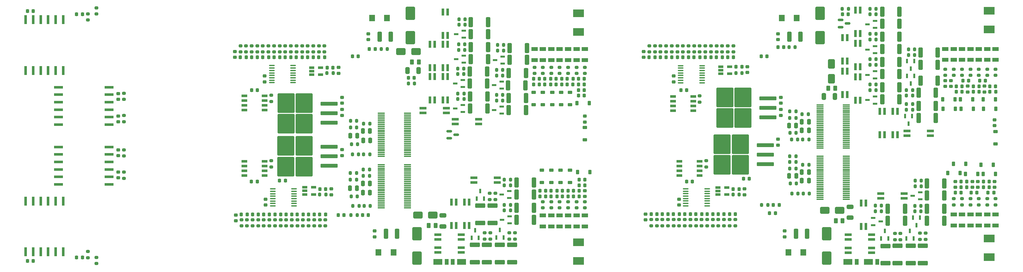
<source format=gbr>
%TF.GenerationSoftware,KiCad,Pcbnew,7.0.8*%
%TF.CreationDate,2024-01-12T20:03:42+01:00*%
%TF.ProjectId,BMS-Slave,424d532d-536c-4617-9665-2e6b69636164,rev?*%
%TF.SameCoordinates,Original*%
%TF.FileFunction,Paste,Top*%
%TF.FilePolarity,Positive*%
%FSLAX46Y46*%
G04 Gerber Fmt 4.6, Leading zero omitted, Abs format (unit mm)*
G04 Created by KiCad (PCBNEW 7.0.8) date 2024-01-12 20:03:42*
%MOMM*%
%LPD*%
G01*
G04 APERTURE LIST*
G04 Aperture macros list*
%AMRoundRect*
0 Rectangle with rounded corners*
0 $1 Rounding radius*
0 $2 $3 $4 $5 $6 $7 $8 $9 X,Y pos of 4 corners*
0 Add a 4 corners polygon primitive as box body*
4,1,4,$2,$3,$4,$5,$6,$7,$8,$9,$2,$3,0*
0 Add four circle primitives for the rounded corners*
1,1,$1+$1,$2,$3*
1,1,$1+$1,$4,$5*
1,1,$1+$1,$6,$7*
1,1,$1+$1,$8,$9*
0 Add four rect primitives between the rounded corners*
20,1,$1+$1,$2,$3,$4,$5,0*
20,1,$1+$1,$4,$5,$6,$7,0*
20,1,$1+$1,$6,$7,$8,$9,0*
20,1,$1+$1,$8,$9,$2,$3,0*%
G04 Aperture macros list end*
%ADD10RoundRect,0.225000X-0.250000X0.225000X-0.250000X-0.225000X0.250000X-0.225000X0.250000X0.225000X0*%
%ADD11R,0.650000X1.850000*%
%ADD12RoundRect,0.200000X-0.200000X-0.275000X0.200000X-0.275000X0.200000X0.275000X-0.200000X0.275000X0*%
%ADD13RoundRect,0.225000X-0.225000X-0.250000X0.225000X-0.250000X0.225000X0.250000X-0.225000X0.250000X0*%
%ADD14RoundRect,0.200000X0.275000X-0.200000X0.275000X0.200000X-0.275000X0.200000X-0.275000X-0.200000X0*%
%ADD15R,1.670000X1.100000*%
%ADD16RoundRect,0.200000X0.200000X0.275000X-0.200000X0.275000X-0.200000X-0.275000X0.200000X-0.275000X0*%
%ADD17RoundRect,0.200000X-0.275000X0.200000X-0.275000X-0.200000X0.275000X-0.200000X0.275000X0.200000X0*%
%ADD18RoundRect,0.225000X0.225000X0.250000X-0.225000X0.250000X-0.225000X-0.250000X0.225000X-0.250000X0*%
%ADD19RoundRect,0.250000X-0.362500X-1.075000X0.362500X-1.075000X0.362500X1.075000X-0.362500X1.075000X0*%
%ADD20R,1.525000X0.650000*%
%ADD21R,0.750000X2.350000*%
%ADD22RoundRect,0.225000X0.225000X0.375000X-0.225000X0.375000X-0.225000X-0.375000X0.225000X-0.375000X0*%
%ADD23RoundRect,0.250000X-1.075000X0.362500X-1.075000X-0.362500X1.075000X-0.362500X1.075000X0.362500X0*%
%ADD24R,1.168400X0.533400*%
%ADD25R,0.533400X1.168400*%
%ADD26RoundRect,0.225000X0.250000X-0.225000X0.250000X0.225000X-0.250000X0.225000X-0.250000X-0.225000X0*%
%ADD27RoundRect,0.250000X-0.262500X-0.450000X0.262500X-0.450000X0.262500X0.450000X-0.262500X0.450000X0*%
%ADD28R,2.950000X2.020000*%
%ADD29RoundRect,0.100000X0.637500X0.100000X-0.637500X0.100000X-0.637500X-0.100000X0.637500X-0.100000X0*%
%ADD30RoundRect,0.218750X-0.218750X-0.256250X0.218750X-0.256250X0.218750X0.256250X-0.218750X0.256250X0*%
%ADD31RoundRect,0.250000X1.000000X0.650000X-1.000000X0.650000X-1.000000X-0.650000X1.000000X-0.650000X0*%
%ADD32RoundRect,0.250000X2.050000X0.300000X-2.050000X0.300000X-2.050000X-0.300000X2.050000X-0.300000X0*%
%ADD33RoundRect,0.250000X2.025000X2.375000X-2.025000X2.375000X-2.025000X-2.375000X2.025000X-2.375000X0*%
%ADD34R,1.850000X0.650000*%
%ADD35RoundRect,0.250000X0.250000X0.475000X-0.250000X0.475000X-0.250000X-0.475000X0.250000X-0.475000X0*%
%ADD36RoundRect,0.025600X0.924400X0.134400X-0.924400X0.134400X-0.924400X-0.134400X0.924400X-0.134400X0*%
%ADD37RoundRect,0.225000X0.375000X-0.225000X0.375000X0.225000X-0.375000X0.225000X-0.375000X-0.225000X0*%
%ADD38R,1.500000X1.800000*%
%ADD39RoundRect,0.250000X1.000000X-1.500000X1.000000X1.500000X-1.000000X1.500000X-1.000000X-1.500000X0*%
%ADD40R,2.400000X1.500000*%
%ADD41R,1.050000X1.500000*%
%ADD42RoundRect,0.218750X0.218750X0.256250X-0.218750X0.256250X-0.218750X-0.256250X0.218750X-0.256250X0*%
%ADD43RoundRect,0.225000X-0.375000X0.225000X-0.375000X-0.225000X0.375000X-0.225000X0.375000X0.225000X0*%
%ADD44RoundRect,0.250000X-0.325000X-1.100000X0.325000X-1.100000X0.325000X1.100000X-0.325000X1.100000X0*%
%ADD45RoundRect,0.250000X0.262500X0.450000X-0.262500X0.450000X-0.262500X-0.450000X0.262500X-0.450000X0*%
%ADD46RoundRect,0.225000X-0.225000X-0.375000X0.225000X-0.375000X0.225000X0.375000X-0.225000X0.375000X0*%
%ADD47RoundRect,0.042000X-0.653000X-0.258000X0.653000X-0.258000X0.653000X0.258000X-0.653000X0.258000X0*%
%ADD48RoundRect,0.250000X0.325000X1.100000X-0.325000X1.100000X-0.325000X-1.100000X0.325000X-1.100000X0*%
%ADD49RoundRect,0.150000X-0.587500X-0.150000X0.587500X-0.150000X0.587500X0.150000X-0.587500X0.150000X0*%
%ADD50RoundRect,0.250000X-0.650000X0.325000X-0.650000X-0.325000X0.650000X-0.325000X0.650000X0.325000X0*%
%ADD51RoundRect,0.250000X0.650000X-1.000000X0.650000X1.000000X-0.650000X1.000000X-0.650000X-1.000000X0*%
%ADD52RoundRect,0.250000X0.325000X0.650000X-0.325000X0.650000X-0.325000X-0.650000X0.325000X-0.650000X0*%
%ADD53R,2.350000X0.750000*%
G04 APERTURE END LIST*
D10*
%TO.C,C102*%
X341750000Y-122225000D03*
X341750000Y-123775000D03*
%TD*%
D11*
%TO.C,IC23*%
X314000000Y-110750000D03*
X312730000Y-110750000D03*
X312730000Y-117000000D03*
X314000000Y-117000000D03*
%TD*%
D12*
%TO.C,R150*%
X302100000Y-138000000D03*
X303750000Y-138000000D03*
%TD*%
D13*
%TO.C,C101*%
X344475000Y-150750000D03*
X346025000Y-150750000D03*
%TD*%
D14*
%TO.C,R42*%
X166500000Y-114575000D03*
X166500000Y-112925000D03*
%TD*%
D15*
%TO.C,F21*%
X344750000Y-113750000D03*
X344750000Y-116670000D03*
%TD*%
D16*
%TO.C,R164*%
X321750000Y-118000000D03*
X320100000Y-118000000D03*
%TD*%
D17*
%TO.C,R50*%
X157500000Y-112925000D03*
X157500000Y-114575000D03*
%TD*%
D18*
%TO.C,C20*%
X242250000Y-151750000D03*
X240700000Y-151750000D03*
%TD*%
D11*
%TO.C,IC24*%
X327500000Y-130500000D03*
X326230000Y-130500000D03*
X326230000Y-136750000D03*
X327500000Y-136750000D03*
%TD*%
D19*
%TO.C,R187*%
X323375000Y-113750000D03*
X328000000Y-113750000D03*
%TD*%
%TO.C,R92*%
X213187500Y-116450000D03*
X217812500Y-116450000D03*
%TD*%
D11*
%TO.C,IC3*%
X207000000Y-121125000D03*
X205730000Y-121125000D03*
X205730000Y-127375000D03*
X207000000Y-127375000D03*
%TD*%
D14*
%TO.C,R72*%
X218250000Y-154075000D03*
X218250000Y-152425000D03*
%TD*%
D17*
%TO.C,R216*%
X273000000Y-112925000D03*
X273000000Y-114575000D03*
%TD*%
D20*
%TO.C,IC2*%
X152538000Y-143845000D03*
X152538000Y-145115000D03*
X152538000Y-146385000D03*
X152538000Y-147655000D03*
X157962000Y-147655000D03*
X157962000Y-146385000D03*
X157962000Y-145115000D03*
X157962000Y-143845000D03*
%TD*%
D11*
%TO.C,IC4*%
X209250000Y-154750000D03*
X207980000Y-154750000D03*
X207980000Y-161000000D03*
X209250000Y-161000000D03*
%TD*%
D17*
%TO.C,R214*%
X279000000Y-112925000D03*
X279000000Y-114575000D03*
%TD*%
D21*
%TO.C,T1*%
X104000000Y-154477144D03*
X102000000Y-154477144D03*
X100000000Y-154477144D03*
X98000000Y-154477144D03*
X96000000Y-154477144D03*
X94000000Y-154477144D03*
X94000000Y-168077144D03*
X96000000Y-168077144D03*
X98000000Y-168077144D03*
X100000000Y-168077144D03*
X102000000Y-168077144D03*
X104000000Y-168077144D03*
%TD*%
D14*
%TO.C,R27*%
X243750000Y-156325000D03*
X243750000Y-154675000D03*
%TD*%
D22*
%TO.C,D32*%
X342900000Y-127250000D03*
X339600000Y-127250000D03*
%TD*%
D23*
%TO.C,R77*%
X219000000Y-155687500D03*
X219000000Y-160312500D03*
%TD*%
D16*
%TO.C,R90*%
X223797500Y-148750000D03*
X222147500Y-148750000D03*
%TD*%
D15*
%TO.C,F30*%
X349250000Y-161000000D03*
X349250000Y-158080000D03*
%TD*%
D24*
%TO.C,Q11*%
X221444500Y-131050001D03*
X221444500Y-129149999D03*
X219412500Y-130100000D03*
%TD*%
D25*
%TO.C,Q13*%
X331950001Y-120968000D03*
X330049999Y-120968000D03*
X331000000Y-123000000D03*
%TD*%
D26*
%TO.C,C86*%
X353500000Y-150775000D03*
X353500000Y-149225000D03*
%TD*%
D17*
%TO.C,R33*%
X234750000Y-118675000D03*
X234750000Y-120325000D03*
%TD*%
D23*
%TO.C,R105*%
X217500000Y-166187500D03*
X217500000Y-170812500D03*
%TD*%
D18*
%TO.C,C29*%
X243550000Y-121750000D03*
X242000000Y-121750000D03*
%TD*%
D14*
%TO.C,R97*%
X216900000Y-164625000D03*
X216900000Y-162975000D03*
%TD*%
D24*
%TO.C,Q5*%
X211328500Y-117450001D03*
X211328500Y-115549999D03*
X209296500Y-116500000D03*
%TD*%
D25*
%TO.C,Q16*%
X333500000Y-158934001D03*
X331599998Y-158934001D03*
X332549999Y-160966001D03*
%TD*%
D26*
%TO.C,C126*%
X260000000Y-159525000D03*
X260000000Y-157975000D03*
%TD*%
D27*
%TO.C,R122*%
X310925000Y-159750000D03*
X312750000Y-159750000D03*
%TD*%
D10*
%TO.C,C52*%
X158250000Y-154000000D03*
X158250000Y-155550000D03*
%TD*%
D22*
%TO.C,D11*%
X244900000Y-128250000D03*
X241600000Y-128250000D03*
%TD*%
D25*
%TO.C,Q17*%
X331950001Y-116968000D03*
X330049999Y-116968000D03*
X331000000Y-119000000D03*
%TD*%
D26*
%TO.C,C53*%
X150250000Y-159750000D03*
X150250000Y-158200000D03*
%TD*%
D16*
%TO.C,R111*%
X221737500Y-126100000D03*
X220087500Y-126100000D03*
%TD*%
D19*
%TO.C,R76*%
X212937500Y-123000000D03*
X217562500Y-123000000D03*
%TD*%
D16*
%TO.C,R174*%
X332075000Y-113885000D03*
X330425000Y-113885000D03*
%TD*%
D19*
%TO.C,R169*%
X323375000Y-120500000D03*
X328000000Y-120500000D03*
%TD*%
D12*
%TO.C,R17*%
X184600000Y-155750000D03*
X186250000Y-155750000D03*
%TD*%
D19*
%TO.C,R85*%
X225437500Y-156250000D03*
X230062500Y-156250000D03*
%TD*%
D28*
%TO.C,F6*%
X242000000Y-170500000D03*
X242000000Y-165500000D03*
%TD*%
D14*
%TO.C,R230*%
X279500000Y-161075000D03*
X279500000Y-159425000D03*
%TD*%
D29*
%TO.C,U5*%
X165862500Y-155775000D03*
X165862500Y-155125000D03*
X165862500Y-154475000D03*
X165862500Y-153825000D03*
X165862500Y-153175000D03*
X165862500Y-152525000D03*
X165862500Y-151875000D03*
X165862500Y-151225000D03*
X160137500Y-151225000D03*
X160137500Y-151875000D03*
X160137500Y-152525000D03*
X160137500Y-153175000D03*
X160137500Y-153825000D03*
X160137500Y-154475000D03*
X160137500Y-155125000D03*
X160137500Y-155775000D03*
%TD*%
D18*
%TO.C,C11*%
X156000000Y-149250000D03*
X154450000Y-149250000D03*
%TD*%
D30*
%TO.C,D4*%
X184175000Y-158250000D03*
X185750000Y-158250000D03*
%TD*%
D31*
%TO.C,D3*%
X198500000Y-114500000D03*
X194500000Y-114500000D03*
%TD*%
D32*
%TO.C,U20*%
X292775000Y-132040000D03*
X292775000Y-129500000D03*
D33*
X286050000Y-132275000D03*
X286050000Y-126725000D03*
X281200000Y-132275000D03*
X281200000Y-126725000D03*
D32*
X292775000Y-126960000D03*
%TD*%
D16*
%TO.C,R73*%
X211325000Y-119000000D03*
X209675000Y-119000000D03*
%TD*%
%TO.C,R87*%
X211575000Y-114000000D03*
X209925000Y-114000000D03*
%TD*%
D34*
%TO.C,IC20*%
X329250000Y-153750000D03*
X329250000Y-152480000D03*
X323000000Y-152480000D03*
X323000000Y-153750000D03*
%TD*%
D18*
%TO.C,C88*%
X353775000Y-125250000D03*
X352225000Y-125250000D03*
%TD*%
D19*
%TO.C,R91*%
X213187500Y-113250000D03*
X217812500Y-113250000D03*
%TD*%
D35*
%TO.C,C9*%
X182725000Y-151000000D03*
X180825000Y-151000000D03*
%TD*%
D36*
%TO.C,U2*%
X196250000Y-156250000D03*
X196250000Y-155750000D03*
X196250000Y-155250000D03*
X196250000Y-154750000D03*
X196250000Y-154250000D03*
X196250000Y-153750000D03*
X196250000Y-153250000D03*
X196250000Y-152750000D03*
X196250000Y-152250000D03*
X196250000Y-151750000D03*
X196250000Y-151250000D03*
X196250000Y-150750000D03*
X196250000Y-150250000D03*
X196250000Y-149750000D03*
X196250000Y-149250000D03*
X196250000Y-148750000D03*
X196250000Y-148250000D03*
X196250000Y-147750000D03*
X196250000Y-147250000D03*
X196250000Y-146750000D03*
X196250000Y-146250000D03*
X196250000Y-145750000D03*
X196250000Y-145250000D03*
X196250000Y-144750000D03*
X189240000Y-144750000D03*
X189240000Y-145250000D03*
X189240000Y-145750000D03*
X189240000Y-146250000D03*
X189240000Y-146750000D03*
X189240000Y-147250000D03*
X189240000Y-147750000D03*
X189240000Y-148250000D03*
X189240000Y-148750000D03*
X189240000Y-149250000D03*
X189240000Y-149750000D03*
X189240000Y-150250000D03*
X189240000Y-150750000D03*
X189240000Y-151250000D03*
X189240000Y-151750000D03*
X189240000Y-152250000D03*
X189240000Y-152750000D03*
X189240000Y-153250000D03*
X189240000Y-153750000D03*
X189240000Y-154250000D03*
X189240000Y-154750000D03*
X189240000Y-155250000D03*
X189240000Y-155750000D03*
X189240000Y-156250000D03*
%TD*%
D18*
%TO.C,C45*%
X171025000Y-116000000D03*
X169475000Y-116000000D03*
%TD*%
D17*
%TO.C,R60*%
X172750000Y-159500000D03*
X172750000Y-161150000D03*
%TD*%
D14*
%TO.C,R26*%
X241500000Y-156325000D03*
X241500000Y-154675000D03*
%TD*%
D13*
%TO.C,C129*%
X276475000Y-158000000D03*
X278025000Y-158000000D03*
%TD*%
D37*
%TO.C,D17*%
X234750000Y-149550000D03*
X234750000Y-146250000D03*
%TD*%
D12*
%TO.C,R153*%
X301925000Y-131250000D03*
X303575000Y-131250000D03*
%TD*%
D22*
%TO.C,D27*%
X353750000Y-127250000D03*
X350450000Y-127250000D03*
%TD*%
D38*
%TO.C,L1*%
X190750000Y-105500000D03*
X186750000Y-105500000D03*
%TD*%
D14*
%TO.C,R142*%
X344750000Y-155500000D03*
X344750000Y-153850000D03*
%TD*%
D27*
%TO.C,R3*%
X197425000Y-117250000D03*
X199250000Y-117250000D03*
%TD*%
D16*
%TO.C,R124*%
X300825000Y-152500000D03*
X299175000Y-152500000D03*
%TD*%
D39*
%TO.C,C112*%
X306750000Y-110750000D03*
X306750000Y-104250000D03*
%TD*%
D40*
%TO.C,D21*%
X314175000Y-170750000D03*
D41*
X316550000Y-170750000D03*
%TD*%
D14*
%TO.C,R18*%
X120250000Y-142400000D03*
X120250000Y-140750000D03*
%TD*%
D13*
%TO.C,C133*%
X264475000Y-158000000D03*
X266025000Y-158000000D03*
%TD*%
D34*
%TO.C,IC25*%
X320500000Y-168270000D03*
X320500000Y-167000000D03*
X314250000Y-167000000D03*
X314250000Y-168270000D03*
%TD*%
D19*
%TO.C,R186*%
X323375000Y-110500000D03*
X328000000Y-110500000D03*
%TD*%
D17*
%TO.C,R120*%
X276250000Y-143675000D03*
X276250000Y-145325000D03*
%TD*%
%TO.C,R31*%
X237000000Y-118675000D03*
X237000000Y-120325000D03*
%TD*%
%TO.C,R59*%
X171250000Y-159500000D03*
X171250000Y-161150000D03*
%TD*%
D19*
%TO.C,R86*%
X225437500Y-159500000D03*
X230062500Y-159500000D03*
%TD*%
D42*
%TO.C,F34*%
X292537500Y-115750000D03*
X290962500Y-115750000D03*
%TD*%
D13*
%TO.C,C127*%
X282475000Y-158000000D03*
X284025000Y-158000000D03*
%TD*%
D12*
%TO.C,R21*%
X180925000Y-147000000D03*
X182575000Y-147000000D03*
%TD*%
D13*
%TO.C,C63*%
X174725000Y-118750000D03*
X176275000Y-118750000D03*
%TD*%
D23*
%TO.C,R203*%
X331000000Y-166437500D03*
X331000000Y-171062500D03*
%TD*%
D19*
%TO.C,R170*%
X335375000Y-156500000D03*
X340000000Y-156500000D03*
%TD*%
D17*
%TO.C,R228*%
X282500000Y-159425000D03*
X282500000Y-161075000D03*
%TD*%
D18*
%TO.C,C32*%
X237550000Y-123250000D03*
X236000000Y-123250000D03*
%TD*%
D14*
%TO.C,R68*%
X151750000Y-161150000D03*
X151750000Y-159500000D03*
%TD*%
D19*
%TO.C,R93*%
X225437500Y-149500000D03*
X230062500Y-149500000D03*
%TD*%
%TO.C,R199*%
X323375000Y-107000000D03*
X328000000Y-107000000D03*
%TD*%
D24*
%TO.C,Q1*%
X211016000Y-123950001D03*
X211016000Y-122049999D03*
X208984000Y-123000000D03*
%TD*%
D11*
%TO.C,IC27*%
X324000000Y-130500000D03*
X322730000Y-130500000D03*
X322730000Y-136750000D03*
X324000000Y-136750000D03*
%TD*%
D43*
%TO.C,D14*%
X235000000Y-125350000D03*
X235000000Y-128650000D03*
%TD*%
D11*
%TO.C,IC19*%
X314020000Y-119750000D03*
X312750000Y-119750000D03*
X312750000Y-126000000D03*
X314020000Y-126000000D03*
%TD*%
%TO.C,IC26*%
X317500000Y-103375000D03*
X316230000Y-103375000D03*
X316230000Y-109625000D03*
X317500000Y-109625000D03*
%TD*%
D16*
%TO.C,R13*%
X182750000Y-158250000D03*
X181100000Y-158250000D03*
%TD*%
D26*
%TO.C,C146*%
X296250000Y-131525000D03*
X296250000Y-129975000D03*
%TD*%
D23*
%TO.C,R78*%
X215750000Y-155687500D03*
X215750000Y-160312500D03*
%TD*%
D13*
%TO.C,C97*%
X342950000Y-152250000D03*
X344500000Y-152250000D03*
%TD*%
D35*
%TO.C,C104*%
X303750000Y-135500000D03*
X301850000Y-135500000D03*
%TD*%
D17*
%TO.C,R217*%
X271500000Y-112925000D03*
X271500000Y-114575000D03*
%TD*%
D44*
%TO.C,C78*%
X300275000Y-163250000D03*
X303225000Y-163250000D03*
%TD*%
D10*
%TO.C,C116*%
X259500000Y-114450000D03*
X259500000Y-116000000D03*
%TD*%
D16*
%TO.C,R119*%
X198100000Y-123000000D03*
X196450000Y-123000000D03*
%TD*%
D42*
%TO.C,F18*%
X294787500Y-157750000D03*
X293212500Y-157750000D03*
%TD*%
D14*
%TO.C,R43*%
X171000000Y-114575000D03*
X171000000Y-112925000D03*
%TD*%
D18*
%TO.C,C26*%
X243550000Y-126250000D03*
X242000000Y-126250000D03*
%TD*%
D17*
%TO.C,R137*%
X351500000Y-119175000D03*
X351500000Y-120825000D03*
%TD*%
D16*
%TO.C,R71*%
X211325000Y-120500000D03*
X209675000Y-120500000D03*
%TD*%
D10*
%TO.C,C115*%
X267500000Y-121000000D03*
X267500000Y-122550000D03*
%TD*%
D18*
%TO.C,C84*%
X352050000Y-149250000D03*
X350500000Y-149250000D03*
%TD*%
D24*
%TO.C,Q19*%
X321500000Y-114900002D03*
X321500000Y-113000000D03*
X319468000Y-113950001D03*
%TD*%
D45*
%TO.C,R147*%
X310750000Y-124250000D03*
X308925000Y-124250000D03*
%TD*%
D26*
%TO.C,C25*%
X243750000Y-133300000D03*
X243750000Y-131750000D03*
%TD*%
D14*
%TO.C,R65*%
X162250000Y-161150000D03*
X162250000Y-159500000D03*
%TD*%
D15*
%TO.C,F11*%
X243750000Y-113790000D03*
X243750000Y-116710000D03*
%TD*%
D13*
%TO.C,C21*%
X240700000Y-153250000D03*
X242250000Y-153250000D03*
%TD*%
D43*
%TO.C,D18*%
X230000000Y-125350000D03*
X230000000Y-128650000D03*
%TD*%
D18*
%TO.C,C33*%
X237550000Y-121750000D03*
X236000000Y-121750000D03*
%TD*%
D19*
%TO.C,R103*%
X213000000Y-126500000D03*
X217625000Y-126500000D03*
%TD*%
D14*
%TO.C,R140*%
X342500000Y-155500000D03*
X342500000Y-153850000D03*
%TD*%
D40*
%TO.C,D36*%
X319675000Y-170750000D03*
D41*
X322050000Y-170750000D03*
%TD*%
D13*
%TO.C,C117*%
X281975000Y-116000000D03*
X283525000Y-116000000D03*
%TD*%
D14*
%TO.C,R148*%
X110650000Y-106025000D03*
X110650000Y-104375000D03*
%TD*%
D11*
%TO.C,IC17*%
X317520000Y-121250000D03*
X316250000Y-121250000D03*
X316250000Y-127500000D03*
X317520000Y-127500000D03*
%TD*%
D13*
%TO.C,C34*%
X231700000Y-151750000D03*
X233250000Y-151750000D03*
%TD*%
D12*
%TO.C,R70*%
X174675000Y-120250000D03*
X176325000Y-120250000D03*
%TD*%
D16*
%TO.C,R181*%
X331500000Y-130000000D03*
X329850000Y-130000000D03*
%TD*%
D17*
%TO.C,R220*%
X261000000Y-112925000D03*
X261000000Y-114575000D03*
%TD*%
D31*
%TO.C,D22*%
X312000000Y-157000000D03*
X308000000Y-157000000D03*
%TD*%
D26*
%TO.C,C80*%
X347500000Y-150775000D03*
X347500000Y-149225000D03*
%TD*%
D19*
%TO.C,R94*%
X225437500Y-152750000D03*
X230062500Y-152750000D03*
%TD*%
D13*
%TO.C,C81*%
X347200000Y-152250000D03*
X348750000Y-152250000D03*
%TD*%
D14*
%TO.C,R62*%
X169750000Y-161150000D03*
X169750000Y-159500000D03*
%TD*%
D19*
%TO.C,R188*%
X333125000Y-129000000D03*
X337750000Y-129000000D03*
%TD*%
D18*
%TO.C,C89*%
X353750000Y-123750000D03*
X352200000Y-123750000D03*
%TD*%
D14*
%TO.C,R37*%
X153000000Y-114575000D03*
X153000000Y-112925000D03*
%TD*%
D16*
%TO.C,R155*%
X300300000Y-136250000D03*
X298650000Y-136250000D03*
%TD*%
D15*
%TO.C,F31*%
X347000000Y-161000000D03*
X347000000Y-158080000D03*
%TD*%
D17*
%TO.C,R138*%
X349250000Y-119175000D03*
X349250000Y-120825000D03*
%TD*%
D19*
%TO.C,R176*%
X333625000Y-114750000D03*
X338250000Y-114750000D03*
%TD*%
D32*
%TO.C,U17*%
X175275000Y-133540000D03*
X175275000Y-131000000D03*
D33*
X168550000Y-133775000D03*
X168550000Y-128225000D03*
X163700000Y-133775000D03*
X163700000Y-128225000D03*
D32*
X175275000Y-128460000D03*
%TD*%
D17*
%TO.C,R48*%
X163500000Y-112925000D03*
X163500000Y-114575000D03*
%TD*%
D10*
%TO.C,C23*%
X243700000Y-151725000D03*
X243700000Y-153275000D03*
%TD*%
D14*
%TO.C,R211*%
X280500000Y-114575000D03*
X280500000Y-112925000D03*
%TD*%
D16*
%TO.C,R99*%
X211387500Y-125700000D03*
X209737500Y-125700000D03*
%TD*%
D19*
%TO.C,R168*%
X323375000Y-117250000D03*
X328000000Y-117250000D03*
%TD*%
D46*
%TO.C,D24*%
X349850000Y-144750000D03*
X353150000Y-144750000D03*
%TD*%
D18*
%TO.C,C124*%
X262500000Y-116000000D03*
X260950000Y-116000000D03*
%TD*%
D46*
%TO.C,D31*%
X340950000Y-147000000D03*
X344250000Y-147000000D03*
%TD*%
D19*
%TO.C,R161*%
X333125000Y-125500000D03*
X337750000Y-125500000D03*
%TD*%
D47*
%TO.C,U6*%
X168750000Y-150800000D03*
X168750000Y-151750000D03*
X168750000Y-152700000D03*
X171080000Y-152700000D03*
X171080000Y-150800000D03*
%TD*%
D24*
%TO.C,Q10*%
X211344500Y-110750000D03*
X211344500Y-108849998D03*
X209312500Y-109799999D03*
%TD*%
D46*
%TO.C,D23*%
X345700000Y-147250000D03*
X349000000Y-147250000D03*
%TD*%
D16*
%TO.C,R80*%
X223825000Y-157000000D03*
X222175000Y-157000000D03*
%TD*%
D14*
%TO.C,R185*%
X328250000Y-164825000D03*
X328250000Y-163175000D03*
%TD*%
D17*
%TO.C,R141*%
X344750000Y-119175000D03*
X344750000Y-120825000D03*
%TD*%
D16*
%TO.C,R79*%
X221750000Y-120900000D03*
X220100000Y-120900000D03*
%TD*%
D26*
%TO.C,C143*%
X178750000Y-131525000D03*
X178750000Y-129975000D03*
%TD*%
D16*
%TO.C,R82*%
X223825000Y-155500000D03*
X222175000Y-155500000D03*
%TD*%
D35*
%TO.C,C105*%
X300300000Y-134250000D03*
X298400000Y-134250000D03*
%TD*%
D16*
%TO.C,R121*%
X292750000Y-155500000D03*
X291100000Y-155500000D03*
%TD*%
D35*
%TO.C,C3*%
X186200000Y-135750000D03*
X184300000Y-135750000D03*
%TD*%
D16*
%TO.C,R173*%
X333825000Y-150500000D03*
X332175000Y-150500000D03*
%TD*%
D14*
%TO.C,R229*%
X284000000Y-161075000D03*
X284000000Y-159425000D03*
%TD*%
D37*
%TO.C,D26*%
X353750000Y-139150000D03*
X353750000Y-135850000D03*
%TD*%
D11*
%TO.C,IC21*%
X317520000Y-112250000D03*
X316250000Y-112250000D03*
X316250000Y-118500000D03*
X317520000Y-118500000D03*
%TD*%
D18*
%TO.C,C7*%
X96025000Y-170477144D03*
X94475000Y-170477144D03*
%TD*%
D16*
%TO.C,R16*%
X183250000Y-155750000D03*
X181600000Y-155750000D03*
%TD*%
D18*
%TO.C,C55*%
X171275000Y-158075000D03*
X169725000Y-158075000D03*
%TD*%
D19*
%TO.C,R189*%
X333125000Y-132250000D03*
X337750000Y-132250000D03*
%TD*%
D35*
%TO.C,C72*%
X303750000Y-146750000D03*
X301850000Y-146750000D03*
%TD*%
D15*
%TO.C,F14*%
X239250000Y-161250000D03*
X239250000Y-158330000D03*
%TD*%
D10*
%TO.C,C94*%
X346250000Y-123725000D03*
X346250000Y-125275000D03*
%TD*%
D18*
%TO.C,C69*%
X198050000Y-121500000D03*
X196500000Y-121500000D03*
%TD*%
D24*
%TO.C,Q4*%
X223562500Y-160450001D03*
X223562500Y-158549999D03*
X221530500Y-159500000D03*
%TD*%
D14*
%TO.C,R123*%
X120250000Y-133250000D03*
X120250000Y-131600000D03*
%TD*%
D23*
%TO.C,R118*%
X221000000Y-166187500D03*
X221000000Y-170812500D03*
%TD*%
D24*
%TO.C,Q8*%
X211094500Y-130650001D03*
X211094500Y-128749999D03*
X209062500Y-129700000D03*
%TD*%
D26*
%TO.C,C138*%
X287250000Y-120050000D03*
X287250000Y-118500000D03*
%TD*%
D19*
%TO.C,R116*%
X223350000Y-130100000D03*
X227975000Y-130100000D03*
%TD*%
D14*
%TO.C,R74*%
X219750000Y-154075000D03*
X219750000Y-152425000D03*
%TD*%
D35*
%TO.C,C8*%
X186175000Y-152250000D03*
X184275000Y-152250000D03*
%TD*%
D26*
%TO.C,C82*%
X349000000Y-150800000D03*
X349000000Y-149250000D03*
%TD*%
D24*
%TO.C,Q22*%
X321500000Y-108150002D03*
X321500000Y-106250000D03*
X319468000Y-107200001D03*
%TD*%
D19*
%TO.C,R163*%
X324875000Y-159750000D03*
X329500000Y-159750000D03*
%TD*%
D15*
%TO.C,F7*%
X237000000Y-113790000D03*
X237000000Y-116710000D03*
%TD*%
D17*
%TO.C,R55*%
X159250000Y-159500000D03*
X159250000Y-161150000D03*
%TD*%
D12*
%TO.C,R69*%
X172700000Y-152750000D03*
X174350000Y-152750000D03*
%TD*%
D25*
%TO.C,Q24*%
X329849998Y-164500000D03*
X331750000Y-164500000D03*
X330799999Y-162468000D03*
%TD*%
D17*
%TO.C,R47*%
X168000000Y-112925000D03*
X168000000Y-114575000D03*
%TD*%
D18*
%TO.C,C73*%
X272525000Y-149250000D03*
X270975000Y-149250000D03*
%TD*%
D38*
%TO.C,L2*%
X192470000Y-168250000D03*
X188470000Y-168250000D03*
%TD*%
D19*
%TO.C,R84*%
X223187500Y-123500000D03*
X227812500Y-123500000D03*
%TD*%
D13*
%TO.C,C62*%
X172750000Y-151250000D03*
X174300000Y-151250000D03*
%TD*%
D14*
%TO.C,R34*%
X234750000Y-156325000D03*
X234750000Y-154675000D03*
%TD*%
%TO.C,R109*%
X223500000Y-164650000D03*
X223500000Y-163000000D03*
%TD*%
D34*
%TO.C,IC22*%
X336250000Y-137020000D03*
X336250000Y-135750000D03*
X330000000Y-135750000D03*
X330000000Y-137020000D03*
%TD*%
D20*
%TO.C,IC15*%
X269038000Y-143845000D03*
X269038000Y-145115000D03*
X269038000Y-146385000D03*
X269038000Y-147655000D03*
X274462000Y-147655000D03*
X274462000Y-146385000D03*
X274462000Y-145115000D03*
X274462000Y-143845000D03*
%TD*%
D12*
%TO.C,R238*%
X284175000Y-120250000D03*
X285825000Y-120250000D03*
%TD*%
D14*
%TO.C,R205*%
X262500000Y-114575000D03*
X262500000Y-112925000D03*
%TD*%
%TO.C,R206*%
X264000000Y-114575000D03*
X264000000Y-112925000D03*
%TD*%
D11*
%TO.C,IC5*%
X203500000Y-121125000D03*
X202230000Y-121125000D03*
X202230000Y-127375000D03*
X203500000Y-127375000D03*
%TD*%
D24*
%TO.C,Q3*%
X221457000Y-124400002D03*
X221457000Y-122500000D03*
X219425000Y-123450001D03*
%TD*%
D19*
%TO.C,R115*%
X223350000Y-126900000D03*
X227975000Y-126900000D03*
%TD*%
D28*
%TO.C,F26*%
X352000000Y-103500000D03*
X352000000Y-108500000D03*
%TD*%
D48*
%TO.C,C113*%
X301475000Y-110500000D03*
X298525000Y-110500000D03*
%TD*%
D19*
%TO.C,R101*%
X223625000Y-113500000D03*
X228250000Y-113500000D03*
%TD*%
D23*
%TO.C,R191*%
X324250000Y-166500000D03*
X324250000Y-171125000D03*
%TD*%
D27*
%TO.C,R14*%
X201925000Y-161000000D03*
X203750000Y-161000000D03*
%TD*%
D14*
%TO.C,R207*%
X268500000Y-114575000D03*
X268500000Y-112925000D03*
%TD*%
D18*
%TO.C,C100*%
X346025000Y-149250000D03*
X344475000Y-149250000D03*
%TD*%
D23*
%TO.C,R117*%
X224250000Y-166187500D03*
X224250000Y-170812500D03*
%TD*%
D46*
%TO.C,D9*%
X241750000Y-146750000D03*
X245050000Y-146750000D03*
%TD*%
D14*
%TO.C,R41*%
X165000000Y-114575000D03*
X165000000Y-112925000D03*
%TD*%
D22*
%TO.C,D34*%
X343000000Y-129750000D03*
X339700000Y-129750000D03*
%TD*%
D13*
%TO.C,C83*%
X350500000Y-150750000D03*
X352050000Y-150750000D03*
%TD*%
D15*
%TO.C,F24*%
X349250000Y-113750000D03*
X349250000Y-116670000D03*
%TD*%
D12*
%TO.C,R20*%
X184400000Y-147750000D03*
X186050000Y-147750000D03*
%TD*%
D14*
%TO.C,R67*%
X156250000Y-161150000D03*
X156250000Y-159500000D03*
%TD*%
D13*
%TO.C,C6*%
X107625000Y-169550000D03*
X109175000Y-169550000D03*
%TD*%
D14*
%TO.C,R25*%
X239250000Y-156325000D03*
X239250000Y-154675000D03*
%TD*%
D13*
%TO.C,C119*%
X275975000Y-116000000D03*
X277525000Y-116000000D03*
%TD*%
D18*
%TO.C,C49*%
X159025000Y-116000000D03*
X157475000Y-116000000D03*
%TD*%
D40*
%TO.C,D5*%
X204375000Y-170750000D03*
D41*
X206750000Y-170750000D03*
%TD*%
D42*
%TO.C,F1*%
X183037500Y-115750000D03*
X181462500Y-115750000D03*
%TD*%
D35*
%TO.C,C1*%
X186250000Y-138250000D03*
X184350000Y-138250000D03*
%TD*%
D16*
%TO.C,R149*%
X300750000Y-138000000D03*
X299100000Y-138000000D03*
%TD*%
D15*
%TO.C,F9*%
X241500000Y-113790000D03*
X241500000Y-116710000D03*
%TD*%
D11*
%TO.C,IC9*%
X207000000Y-112500000D03*
X205730000Y-112500000D03*
X205730000Y-118750000D03*
X207000000Y-118750000D03*
%TD*%
D31*
%TO.C,D6*%
X203000000Y-158250000D03*
X199000000Y-158250000D03*
%TD*%
D12*
%TO.C,R154*%
X298600000Y-130500000D03*
X300250000Y-130500000D03*
%TD*%
D19*
%TO.C,R179*%
X335375000Y-153000000D03*
X340000000Y-153000000D03*
%TD*%
D13*
%TO.C,C136*%
X284225000Y-118500000D03*
X285775000Y-118500000D03*
%TD*%
D10*
%TO.C,C43*%
X150000000Y-114475000D03*
X150000000Y-116025000D03*
%TD*%
D13*
%TO.C,C36*%
X233000000Y-123250000D03*
X234550000Y-123250000D03*
%TD*%
D24*
%TO.C,Q6*%
X223516000Y-153700001D03*
X223516000Y-151799999D03*
X221484000Y-152750000D03*
%TD*%
D13*
%TO.C,C56*%
X166725000Y-158075000D03*
X168275000Y-158075000D03*
%TD*%
D16*
%TO.C,R195*%
X321750000Y-103000000D03*
X320100000Y-103000000D03*
%TD*%
D10*
%TO.C,C90*%
X350750000Y-123725000D03*
X350750000Y-125275000D03*
%TD*%
D18*
%TO.C,C24*%
X243750000Y-148750000D03*
X242200000Y-148750000D03*
%TD*%
D17*
%TO.C,R45*%
X174000000Y-112925000D03*
X174000000Y-114575000D03*
%TD*%
D15*
%TO.C,F29*%
X351500000Y-161000000D03*
X351500000Y-158080000D03*
%TD*%
D17*
%TO.C,R219*%
X265500000Y-112925000D03*
X265500000Y-114575000D03*
%TD*%
D13*
%TO.C,C60*%
X154725000Y-158075000D03*
X156275000Y-158075000D03*
%TD*%
D43*
%TO.C,D16*%
X232500000Y-125350000D03*
X232500000Y-128650000D03*
%TD*%
D14*
%TO.C,R182*%
X326750000Y-164825000D03*
X326750000Y-163175000D03*
%TD*%
%TO.C,R134*%
X351500000Y-155500000D03*
X351500000Y-153850000D03*
%TD*%
D15*
%TO.C,F13*%
X241500000Y-161250000D03*
X241500000Y-158330000D03*
%TD*%
D16*
%TO.C,R192*%
X321750000Y-104500000D03*
X320100000Y-104500000D03*
%TD*%
D13*
%TO.C,C54*%
X172725000Y-158075000D03*
X174275000Y-158075000D03*
%TD*%
D18*
%TO.C,C40*%
X231550000Y-123250000D03*
X230000000Y-123250000D03*
%TD*%
D11*
%TO.C,IC12*%
X207000000Y-103875000D03*
X205730000Y-103875000D03*
X205730000Y-110125000D03*
X207000000Y-110125000D03*
%TD*%
D17*
%TO.C,R36*%
X230250000Y-118675000D03*
X230250000Y-120325000D03*
%TD*%
D13*
%TO.C,C44*%
X172475000Y-116000000D03*
X174025000Y-116000000D03*
%TD*%
D10*
%TO.C,C114*%
X295500000Y-109725000D03*
X295500000Y-111275000D03*
%TD*%
D13*
%TO.C,C22*%
X242200000Y-150250000D03*
X243750000Y-150250000D03*
%TD*%
%TO.C,C48*%
X160475000Y-116000000D03*
X162025000Y-116000000D03*
%TD*%
%TO.C,C18*%
X237700000Y-151750000D03*
X239250000Y-151750000D03*
%TD*%
D12*
%TO.C,R10*%
X180975000Y-133000000D03*
X182625000Y-133000000D03*
%TD*%
D34*
%TO.C,IC8*%
X220250000Y-149520000D03*
X220250000Y-148250000D03*
X214000000Y-148250000D03*
X214000000Y-149520000D03*
%TD*%
D16*
%TO.C,R88*%
X223797500Y-150250000D03*
X222147500Y-150250000D03*
%TD*%
D15*
%TO.C,F23*%
X347000000Y-113750000D03*
X347000000Y-116670000D03*
%TD*%
D17*
%TO.C,R213*%
X283500000Y-112925000D03*
X283500000Y-114575000D03*
%TD*%
D13*
%TO.C,C39*%
X234700000Y-153250000D03*
X236250000Y-153250000D03*
%TD*%
D18*
%TO.C,C128*%
X281025000Y-158000000D03*
X279475000Y-158000000D03*
%TD*%
D13*
%TO.C,C35*%
X231700000Y-153250000D03*
X233250000Y-153250000D03*
%TD*%
D26*
%TO.C,C65*%
X177750000Y-120275000D03*
X177750000Y-118725000D03*
%TD*%
D16*
%TO.C,R183*%
X321750000Y-109750000D03*
X320100000Y-109750000D03*
%TD*%
%TO.C,R184*%
X331500000Y-128500000D03*
X329850000Y-128500000D03*
%TD*%
D10*
%TO.C,C13*%
X118750000Y-140750000D03*
X118750000Y-142300000D03*
%TD*%
D35*
%TO.C,C10*%
X186175000Y-149750000D03*
X184275000Y-149750000D03*
%TD*%
D18*
%TO.C,C57*%
X165275000Y-158075000D03*
X163725000Y-158075000D03*
%TD*%
D24*
%TO.C,Q7*%
X221703500Y-117680000D03*
X221703500Y-115779998D03*
X219671500Y-116729999D03*
%TD*%
D10*
%TO.C,C17*%
X185750000Y-109725000D03*
X185750000Y-111275000D03*
%TD*%
D32*
%TO.C,U19*%
X292075000Y-144565000D03*
X292075000Y-142025000D03*
D33*
X285350000Y-144800000D03*
X285350000Y-139250000D03*
X280500000Y-144800000D03*
X280500000Y-139250000D03*
D32*
X292075000Y-139485000D03*
%TD*%
D42*
%TO.C,D1*%
X187575000Y-113750000D03*
X186000000Y-113750000D03*
%TD*%
D14*
%TO.C,R194*%
X333500000Y-164750000D03*
X333500000Y-163100000D03*
%TD*%
D12*
%TO.C,R6*%
X184475000Y-142000000D03*
X186125000Y-142000000D03*
%TD*%
D37*
%TO.C,D7*%
X237250000Y-149550000D03*
X237250000Y-146250000D03*
%TD*%
D17*
%TO.C,R30*%
X239250000Y-118675000D03*
X239250000Y-120325000D03*
%TD*%
D19*
%TO.C,R83*%
X223350000Y-120250000D03*
X227975000Y-120250000D03*
%TD*%
D14*
%TO.C,R112*%
X225000000Y-164650000D03*
X225000000Y-163000000D03*
%TD*%
D16*
%TO.C,R96*%
X211387500Y-127200000D03*
X209737500Y-127200000D03*
%TD*%
%TO.C,R204*%
X314325000Y-103000000D03*
X312675000Y-103000000D03*
%TD*%
D18*
%TO.C,C98*%
X344750000Y-125250000D03*
X343200000Y-125250000D03*
%TD*%
D12*
%TO.C,R125*%
X302200000Y-152500000D03*
X303850000Y-152500000D03*
%TD*%
D17*
%TO.C,R145*%
X274500000Y-126350000D03*
X274500000Y-128000000D03*
%TD*%
D16*
%TO.C,R110*%
X211653500Y-105799999D03*
X210003500Y-105799999D03*
%TD*%
D35*
%TO.C,C71*%
X300350000Y-147770000D03*
X298450000Y-147770000D03*
%TD*%
D16*
%TO.C,R108*%
X221737500Y-127600000D03*
X220087500Y-127600000D03*
%TD*%
D17*
%TO.C,R1*%
X159750000Y-126175000D03*
X159750000Y-127825000D03*
%TD*%
D18*
%TO.C,C122*%
X268525000Y-116000000D03*
X266975000Y-116000000D03*
%TD*%
D29*
%TO.C,U13*%
X275112500Y-122800000D03*
X275112500Y-122150000D03*
X275112500Y-121500000D03*
X275112500Y-120850000D03*
X275112500Y-120200000D03*
X275112500Y-119550000D03*
X275112500Y-118900000D03*
X275112500Y-118250000D03*
X269387500Y-118250000D03*
X269387500Y-118900000D03*
X269387500Y-119550000D03*
X269387500Y-120200000D03*
X269387500Y-120850000D03*
X269387500Y-121500000D03*
X269387500Y-122150000D03*
X269387500Y-122800000D03*
%TD*%
D24*
%TO.C,Q14*%
X320984000Y-159000000D03*
X320984000Y-160900002D03*
X323016000Y-159950001D03*
%TD*%
D18*
%TO.C,C107*%
X271025000Y-124750000D03*
X269475000Y-124750000D03*
%TD*%
%TO.C,C92*%
X349300000Y-125250000D03*
X347750000Y-125250000D03*
%TD*%
D14*
%TO.C,R133*%
X349250000Y-155500000D03*
X349250000Y-153850000D03*
%TD*%
D12*
%TO.C,R152*%
X298600000Y-132250000D03*
X300250000Y-132250000D03*
%TD*%
D49*
%TO.C,D19*%
X207375000Y-135800000D03*
X207375000Y-137700000D03*
X209250000Y-136750000D03*
%TD*%
D26*
%TO.C,C140*%
X178750000Y-142275000D03*
X178750000Y-140725000D03*
%TD*%
D35*
%TO.C,C2*%
X182800000Y-137000000D03*
X180900000Y-137000000D03*
%TD*%
D13*
%TO.C,C46*%
X166475000Y-116000000D03*
X168025000Y-116000000D03*
%TD*%
D38*
%TO.C,L4*%
X300500000Y-105500000D03*
X296500000Y-105500000D03*
%TD*%
D15*
%TO.C,F5*%
X234750000Y-113790000D03*
X234750000Y-116710000D03*
%TD*%
D10*
%TO.C,C14*%
X118750000Y-146725000D03*
X118750000Y-148275000D03*
%TD*%
D13*
%TO.C,C131*%
X270475000Y-158000000D03*
X272025000Y-158000000D03*
%TD*%
D16*
%TO.C,R196*%
X321750000Y-123250000D03*
X320100000Y-123250000D03*
%TD*%
D19*
%TO.C,R200*%
X323375000Y-124000000D03*
X328000000Y-124000000D03*
%TD*%
D14*
%TO.C,R151*%
X112900000Y-104425000D03*
X112900000Y-102775000D03*
%TD*%
D18*
%TO.C,C132*%
X269025000Y-158000000D03*
X267475000Y-158000000D03*
%TD*%
D15*
%TO.C,F17*%
X232500000Y-161250000D03*
X232500000Y-158330000D03*
%TD*%
D34*
%TO.C,IC11*%
X210625000Y-168250000D03*
X210625000Y-166980000D03*
X204375000Y-166980000D03*
X204375000Y-168250000D03*
%TD*%
D12*
%TO.C,R128*%
X302100000Y-144750000D03*
X303750000Y-144750000D03*
%TD*%
D14*
%TO.C,R209*%
X274500000Y-114575000D03*
X274500000Y-112925000D03*
%TD*%
D35*
%TO.C,C70*%
X303750000Y-149000000D03*
X301850000Y-149000000D03*
%TD*%
D10*
%TO.C,C139*%
X178750000Y-126700000D03*
X178750000Y-128250000D03*
%TD*%
D19*
%TO.C,R171*%
X335375000Y-159750000D03*
X340000000Y-159750000D03*
%TD*%
D17*
%TO.C,R225*%
X275000000Y-159425000D03*
X275000000Y-161075000D03*
%TD*%
D25*
%TO.C,Q12*%
X220049999Y-164282000D03*
X221950001Y-164282000D03*
X221000000Y-162250000D03*
%TD*%
D18*
%TO.C,C91*%
X351025000Y-122250000D03*
X349475000Y-122250000D03*
%TD*%
D14*
%TO.C,R212*%
X282000000Y-114575000D03*
X282000000Y-112925000D03*
%TD*%
D15*
%TO.C,F28*%
X353750000Y-161000000D03*
X353750000Y-158080000D03*
%TD*%
D50*
%TO.C,C74*%
X314750000Y-156000000D03*
X314750000Y-158950000D03*
%TD*%
D17*
%TO.C,R54*%
X154750000Y-159500000D03*
X154750000Y-161150000D03*
%TD*%
D12*
%TO.C,R22*%
X184400000Y-146000000D03*
X186050000Y-146000000D03*
%TD*%
D16*
%TO.C,R157*%
X323187500Y-157250000D03*
X321537500Y-157250000D03*
%TD*%
D15*
%TO.C,F15*%
X237000000Y-161250000D03*
X237000000Y-158330000D03*
%TD*%
D14*
%TO.C,R66*%
X157750000Y-161150000D03*
X157750000Y-159500000D03*
%TD*%
D15*
%TO.C,F27*%
X353750000Y-113750000D03*
X353750000Y-116670000D03*
%TD*%
D13*
%TO.C,C19*%
X237700000Y-153250000D03*
X239250000Y-153250000D03*
%TD*%
D26*
%TO.C,C76*%
X118750000Y-133250000D03*
X118750000Y-131700000D03*
%TD*%
D18*
%TO.C,C41*%
X231550000Y-121750000D03*
X230000000Y-121750000D03*
%TD*%
D17*
%TO.C,R49*%
X162000000Y-112925000D03*
X162000000Y-114575000D03*
%TD*%
D14*
%TO.C,R38*%
X154500000Y-114575000D03*
X154500000Y-112925000D03*
%TD*%
D17*
%TO.C,R222*%
X264500000Y-159425000D03*
X264500000Y-161075000D03*
%TD*%
D24*
%TO.C,Q23*%
X321500000Y-128400002D03*
X321500000Y-126500000D03*
X319468000Y-127450001D03*
%TD*%
D18*
%TO.C,C134*%
X263025000Y-158000000D03*
X261475000Y-158000000D03*
%TD*%
D17*
%TO.C,R52*%
X151500000Y-112925000D03*
X151500000Y-114575000D03*
%TD*%
D36*
%TO.C,U9*%
X313750000Y-154000000D03*
X313750000Y-153500000D03*
X313750000Y-153000000D03*
X313750000Y-152500000D03*
X313750000Y-152000000D03*
X313750000Y-151500000D03*
X313750000Y-151000000D03*
X313750000Y-150500000D03*
X313750000Y-150000000D03*
X313750000Y-149500000D03*
X313750000Y-149000000D03*
X313750000Y-148500000D03*
X313750000Y-148000000D03*
X313750000Y-147500000D03*
X313750000Y-147000000D03*
X313750000Y-146500000D03*
X313750000Y-146000000D03*
X313750000Y-145500000D03*
X313750000Y-145000000D03*
X313750000Y-144500000D03*
X313750000Y-144000000D03*
X313750000Y-143500000D03*
X313750000Y-143000000D03*
X313750000Y-142500000D03*
X306740000Y-142500000D03*
X306740000Y-143000000D03*
X306740000Y-143500000D03*
X306740000Y-144000000D03*
X306740000Y-144500000D03*
X306740000Y-145000000D03*
X306740000Y-145500000D03*
X306740000Y-146000000D03*
X306740000Y-146500000D03*
X306740000Y-147000000D03*
X306740000Y-147500000D03*
X306740000Y-148000000D03*
X306740000Y-148500000D03*
X306740000Y-149000000D03*
X306740000Y-149500000D03*
X306740000Y-150000000D03*
X306740000Y-150500000D03*
X306740000Y-151000000D03*
X306740000Y-151500000D03*
X306740000Y-152000000D03*
X306740000Y-152500000D03*
X306740000Y-153000000D03*
X306740000Y-153500000D03*
X306740000Y-154000000D03*
%TD*%
D47*
%TO.C,U15*%
X279420000Y-150850000D03*
X279420000Y-151800000D03*
X279420000Y-152750000D03*
X281750000Y-152750000D03*
X281750000Y-150850000D03*
%TD*%
D14*
%TO.C,R132*%
X347000000Y-155500000D03*
X347000000Y-153850000D03*
%TD*%
%TO.C,R63*%
X168250000Y-161150000D03*
X168250000Y-159500000D03*
%TD*%
D12*
%TO.C,R127*%
X298600000Y-145750000D03*
X300250000Y-145750000D03*
%TD*%
D10*
%TO.C,C103*%
X340250000Y-122225000D03*
X340250000Y-123775000D03*
%TD*%
D23*
%TO.C,R106*%
X214250000Y-166187500D03*
X214250000Y-170812500D03*
%TD*%
D19*
%TO.C,R160*%
X333625000Y-122250000D03*
X338250000Y-122250000D03*
%TD*%
D12*
%TO.C,R8*%
X180975000Y-134750000D03*
X182625000Y-134750000D03*
%TD*%
D16*
%TO.C,R107*%
X211653500Y-107299999D03*
X210003500Y-107299999D03*
%TD*%
D14*
%TO.C,R40*%
X160500000Y-114575000D03*
X160500000Y-112925000D03*
%TD*%
D17*
%TO.C,R139*%
X347000000Y-119175000D03*
X347000000Y-120825000D03*
%TD*%
D14*
%TO.C,R32*%
X232500000Y-156325000D03*
X232500000Y-154675000D03*
%TD*%
D19*
%TO.C,R113*%
X213203500Y-106619999D03*
X217828500Y-106619999D03*
%TD*%
D30*
%TO.C,D20*%
X294212500Y-155500000D03*
X295787500Y-155500000D03*
%TD*%
D10*
%TO.C,C141*%
X295500000Y-137950000D03*
X295500000Y-139500000D03*
%TD*%
D34*
%TO.C,IC13*%
X215250000Y-133885000D03*
X215250000Y-132615000D03*
X209000000Y-132615000D03*
X209000000Y-133885000D03*
%TD*%
D50*
%TO.C,C12*%
X205750000Y-158300000D03*
X205750000Y-161250000D03*
%TD*%
D18*
%TO.C,C109*%
X95975000Y-103600000D03*
X94425000Y-103600000D03*
%TD*%
D15*
%TO.C,F25*%
X351500000Y-113750000D03*
X351500000Y-116670000D03*
%TD*%
D13*
%TO.C,C123*%
X263975000Y-116000000D03*
X265525000Y-116000000D03*
%TD*%
D18*
%TO.C,C61*%
X153275000Y-158075000D03*
X151725000Y-158075000D03*
%TD*%
D16*
%TO.C,R98*%
X222012500Y-112680000D03*
X220362500Y-112680000D03*
%TD*%
D19*
%TO.C,R114*%
X213203500Y-109799999D03*
X217828500Y-109799999D03*
%TD*%
D21*
%TO.C,T4*%
X94000000Y-119500000D03*
X96000000Y-119500000D03*
X98000000Y-119500000D03*
X100000000Y-119500000D03*
X102000000Y-119500000D03*
X104000000Y-119500000D03*
X104000000Y-105900000D03*
X102000000Y-105900000D03*
X100000000Y-105900000D03*
X98000000Y-105900000D03*
X96000000Y-105900000D03*
X94000000Y-105900000D03*
%TD*%
D42*
%TO.C,D35*%
X297000000Y-113250000D03*
X295425000Y-113250000D03*
%TD*%
D12*
%TO.C,R23*%
X181150000Y-153250000D03*
X182800000Y-153250000D03*
%TD*%
D51*
%TO.C,D37*%
X309750000Y-121750000D03*
X309750000Y-117750000D03*
%TD*%
D19*
%TO.C,R178*%
X335375000Y-149750000D03*
X340000000Y-149750000D03*
%TD*%
D15*
%TO.C,F8*%
X239250000Y-113790000D03*
X239250000Y-116710000D03*
%TD*%
D47*
%TO.C,U7*%
X170585000Y-118750000D03*
X170585000Y-119700000D03*
X170585000Y-120650000D03*
X172915000Y-120650000D03*
X172915000Y-118750000D03*
%TD*%
D15*
%TO.C,F32*%
X344750000Y-161000000D03*
X344750000Y-158080000D03*
%TD*%
D40*
%TO.C,D2*%
X210750000Y-170750000D03*
D41*
X208375000Y-170750000D03*
%TD*%
D15*
%TO.C,F19*%
X340250000Y-113750000D03*
X340250000Y-116670000D03*
%TD*%
D16*
%TO.C,R180*%
X321750000Y-111250000D03*
X320100000Y-111250000D03*
%TD*%
%TO.C,R159*%
X323187500Y-155730000D03*
X321537500Y-155730000D03*
%TD*%
D25*
%TO.C,Q2*%
X214799999Y-153812500D03*
X216700001Y-153812500D03*
X215750000Y-151780500D03*
%TD*%
D22*
%TO.C,D30*%
X347750000Y-129750000D03*
X344450000Y-129750000D03*
%TD*%
D25*
%TO.C,Q9*%
X213399998Y-164328500D03*
X215300000Y-164328500D03*
X214349999Y-162296500D03*
%TD*%
D18*
%TO.C,C95*%
X346550000Y-122250000D03*
X345000000Y-122250000D03*
%TD*%
D17*
%TO.C,R136*%
X353750000Y-119175000D03*
X353750000Y-120825000D03*
%TD*%
D26*
%TO.C,C68*%
X187470000Y-164050000D03*
X187470000Y-162500000D03*
%TD*%
D11*
%TO.C,IC6*%
X212750000Y-154750000D03*
X211480000Y-154750000D03*
X211480000Y-161000000D03*
X212750000Y-161000000D03*
%TD*%
D43*
%TO.C,D13*%
X237400000Y-125350000D03*
X237400000Y-128650000D03*
%TD*%
D18*
%TO.C,C59*%
X159275000Y-158075000D03*
X157725000Y-158075000D03*
%TD*%
D36*
%TO.C,U1*%
X196240000Y-142500000D03*
X196240000Y-142000000D03*
X196240000Y-141500000D03*
X196240000Y-141000000D03*
X196240000Y-140500000D03*
X196240000Y-140000000D03*
X196240000Y-139500000D03*
X196240000Y-139000000D03*
X196240000Y-138500000D03*
X196240000Y-138000000D03*
X196240000Y-137500000D03*
X196240000Y-137000000D03*
X196240000Y-136500000D03*
X196240000Y-136000000D03*
X196240000Y-135500000D03*
X196240000Y-135000000D03*
X196240000Y-134500000D03*
X196240000Y-134000000D03*
X196240000Y-133500000D03*
X196240000Y-133000000D03*
X196240000Y-132500000D03*
X196240000Y-132000000D03*
X196240000Y-131500000D03*
X196240000Y-131000000D03*
X189230000Y-131000000D03*
X189230000Y-131500000D03*
X189230000Y-132000000D03*
X189230000Y-132500000D03*
X189230000Y-133000000D03*
X189230000Y-133500000D03*
X189230000Y-134000000D03*
X189230000Y-134500000D03*
X189230000Y-135000000D03*
X189230000Y-135500000D03*
X189230000Y-136000000D03*
X189230000Y-136500000D03*
X189230000Y-137000000D03*
X189230000Y-137500000D03*
X189230000Y-138000000D03*
X189230000Y-138500000D03*
X189230000Y-139000000D03*
X189230000Y-139500000D03*
X189230000Y-140000000D03*
X189230000Y-140500000D03*
X189230000Y-141000000D03*
X189230000Y-141500000D03*
X189230000Y-142000000D03*
X189230000Y-142500000D03*
%TD*%
D13*
%TO.C,C135*%
X283475000Y-151250000D03*
X285025000Y-151250000D03*
%TD*%
D15*
%TO.C,F4*%
X232500000Y-113790000D03*
X232500000Y-116710000D03*
%TD*%
D17*
%TO.C,R57*%
X165250000Y-159500000D03*
X165250000Y-161150000D03*
%TD*%
D16*
%TO.C,R5*%
X183125000Y-142000000D03*
X181475000Y-142000000D03*
%TD*%
D19*
%TO.C,R104*%
X213000000Y-129700000D03*
X217625000Y-129700000D03*
%TD*%
D14*
%TO.C,R197*%
X335030000Y-164750000D03*
X335030000Y-163100000D03*
%TD*%
D17*
%TO.C,R221*%
X263000000Y-159425000D03*
X263000000Y-161075000D03*
%TD*%
D14*
%TO.C,R24*%
X237000000Y-156325000D03*
X237000000Y-154675000D03*
%TD*%
D17*
%TO.C,R12*%
X159750000Y-143675000D03*
X159750000Y-145325000D03*
%TD*%
D26*
%TO.C,C87*%
X353500000Y-134275000D03*
X353500000Y-132725000D03*
%TD*%
D17*
%TO.C,R35*%
X232500000Y-118675000D03*
X232500000Y-120325000D03*
%TD*%
D19*
%TO.C,R177*%
X333625000Y-118000000D03*
X338250000Y-118000000D03*
%TD*%
D17*
%TO.C,R29*%
X241500000Y-118675000D03*
X241500000Y-120325000D03*
%TD*%
%TO.C,R46*%
X169500000Y-112925000D03*
X169500000Y-114575000D03*
%TD*%
D26*
%TO.C,C137*%
X286500000Y-152775000D03*
X286500000Y-151225000D03*
%TD*%
D10*
%TO.C,C42*%
X158000000Y-121000000D03*
X158000000Y-122550000D03*
%TD*%
D34*
%TO.C,IC28*%
X320500000Y-164770000D03*
X320500000Y-163500000D03*
X314250000Y-163500000D03*
X314250000Y-164770000D03*
%TD*%
D16*
%TO.C,R166*%
X321750000Y-116500000D03*
X320100000Y-116500000D03*
%TD*%
D29*
%TO.C,U14*%
X276500000Y-155750000D03*
X276500000Y-155100000D03*
X276500000Y-154450000D03*
X276500000Y-153800000D03*
X276500000Y-153150000D03*
X276500000Y-152500000D03*
X276500000Y-151850000D03*
X276500000Y-151200000D03*
X270775000Y-151200000D03*
X270775000Y-151850000D03*
X270775000Y-152500000D03*
X270775000Y-153150000D03*
X270775000Y-153800000D03*
X270775000Y-154450000D03*
X270775000Y-155100000D03*
X270775000Y-155750000D03*
%TD*%
D14*
%TO.C,R64*%
X163760000Y-161150000D03*
X163760000Y-159500000D03*
%TD*%
D17*
%TO.C,R223*%
X269000000Y-159425000D03*
X269000000Y-161075000D03*
%TD*%
D12*
%TO.C,R130*%
X298600000Y-142500000D03*
X300250000Y-142500000D03*
%TD*%
D18*
%TO.C,C47*%
X165025000Y-116000000D03*
X163475000Y-116000000D03*
%TD*%
D26*
%TO.C,C75*%
X118750000Y-127250000D03*
X118750000Y-125700000D03*
%TD*%
D39*
%TO.C,C15*%
X197000000Y-110750000D03*
X197000000Y-104250000D03*
%TD*%
D25*
%TO.C,Q20*%
X331400002Y-131718000D03*
X329500000Y-131718000D03*
X330450001Y-133750000D03*
%TD*%
D17*
%TO.C,R56*%
X160750000Y-159500000D03*
X160750000Y-161150000D03*
%TD*%
D14*
%TO.C,R61*%
X174250000Y-161150000D03*
X174250000Y-159500000D03*
%TD*%
D43*
%TO.C,D12*%
X239750000Y-125350000D03*
X239750000Y-128650000D03*
%TD*%
D16*
%TO.C,R95*%
X222012500Y-114180000D03*
X220362500Y-114180000D03*
%TD*%
D46*
%TO.C,D25*%
X350450000Y-147250000D03*
X353750000Y-147250000D03*
%TD*%
D52*
%TO.C,C5*%
X199200000Y-119500000D03*
X196250000Y-119500000D03*
%TD*%
D16*
%TO.C,R156*%
X331500000Y-124750000D03*
X329850000Y-124750000D03*
%TD*%
D19*
%TO.C,R75*%
X212937500Y-119820000D03*
X217562500Y-119820000D03*
%TD*%
D12*
%TO.C,R19*%
X180925000Y-148750000D03*
X182575000Y-148750000D03*
%TD*%
D26*
%TO.C,C64*%
X175800000Y-152775000D03*
X175800000Y-151225000D03*
%TD*%
D14*
%TO.C,R208*%
X270000000Y-114575000D03*
X270000000Y-112925000D03*
%TD*%
D42*
%TO.C,F2*%
X179250000Y-158250000D03*
X177675000Y-158250000D03*
%TD*%
D19*
%TO.C,R201*%
X323375000Y-127250000D03*
X328000000Y-127250000D03*
%TD*%
D24*
%TO.C,Q15*%
X321500000Y-121650002D03*
X321500000Y-119750000D03*
X319468000Y-120700001D03*
%TD*%
D12*
%TO.C,R11*%
X181225000Y-139250000D03*
X182875000Y-139250000D03*
%TD*%
D53*
%TO.C,T3*%
X102750000Y-124000000D03*
X102750000Y-126000000D03*
X102750000Y-128000000D03*
X102750000Y-130000000D03*
X102750000Y-132000000D03*
X102750000Y-134000000D03*
X116350000Y-134000000D03*
X116350000Y-132000000D03*
X116350000Y-130000000D03*
X116350000Y-128000000D03*
X116350000Y-126000000D03*
X116350000Y-124000000D03*
%TD*%
D14*
%TO.C,R126*%
X120250000Y-127250000D03*
X120250000Y-125600000D03*
%TD*%
D16*
%TO.C,R81*%
X221750000Y-119400000D03*
X220100000Y-119400000D03*
%TD*%
D18*
%TO.C,C118*%
X280525000Y-116000000D03*
X278975000Y-116000000D03*
%TD*%
D16*
%TO.C,R165*%
X333762500Y-157250000D03*
X332112500Y-157250000D03*
%TD*%
D52*
%TO.C,C108*%
X310725000Y-126500000D03*
X307775000Y-126500000D03*
%TD*%
D26*
%TO.C,C142*%
X296250000Y-128275000D03*
X296250000Y-126725000D03*
%TD*%
D15*
%TO.C,F12*%
X243750000Y-161250000D03*
X243750000Y-158330000D03*
%TD*%
D19*
%TO.C,R102*%
X223625000Y-116680000D03*
X228250000Y-116680000D03*
%TD*%
D14*
%TO.C,R236*%
X261500000Y-161075000D03*
X261500000Y-159425000D03*
%TD*%
D16*
%TO.C,R131*%
X300400000Y-149750000D03*
X298750000Y-149750000D03*
%TD*%
D37*
%TO.C,D15*%
X232250000Y-149550000D03*
X232250000Y-146250000D03*
%TD*%
D29*
%TO.C,U4*%
X165612500Y-122775000D03*
X165612500Y-122125000D03*
X165612500Y-121475000D03*
X165612500Y-120825000D03*
X165612500Y-120175000D03*
X165612500Y-119525000D03*
X165612500Y-118875000D03*
X165612500Y-118225000D03*
X159887500Y-118225000D03*
X159887500Y-118875000D03*
X159887500Y-119525000D03*
X159887500Y-120175000D03*
X159887500Y-120825000D03*
X159887500Y-121475000D03*
X159887500Y-122125000D03*
X159887500Y-122775000D03*
%TD*%
D20*
%TO.C,IC1*%
X152538000Y-126345000D03*
X152538000Y-127615000D03*
X152538000Y-128885000D03*
X152538000Y-130155000D03*
X157962000Y-130155000D03*
X157962000Y-128885000D03*
X157962000Y-127615000D03*
X157962000Y-126345000D03*
%TD*%
D13*
%TO.C,C30*%
X239000000Y-123250000D03*
X240550000Y-123250000D03*
%TD*%
D18*
%TO.C,C111*%
X314269200Y-104500000D03*
X312719200Y-104500000D03*
%TD*%
D14*
%TO.C,R210*%
X276000000Y-114575000D03*
X276000000Y-112925000D03*
%TD*%
D32*
%TO.C,U18*%
X175250000Y-145040000D03*
X175250000Y-142500000D03*
D33*
X168525000Y-145275000D03*
X168525000Y-139725000D03*
X163675000Y-145275000D03*
X163675000Y-139725000D03*
D32*
X175250000Y-139960000D03*
%TD*%
D15*
%TO.C,F16*%
X234750000Y-161250000D03*
X234750000Y-158330000D03*
%TD*%
D38*
%TO.C,L3*%
X302250000Y-168250000D03*
X298250000Y-168250000D03*
%TD*%
D46*
%TO.C,D33*%
X342450000Y-144500000D03*
X345750000Y-144500000D03*
%TD*%
D18*
%TO.C,C130*%
X275025000Y-158000000D03*
X273475000Y-158000000D03*
%TD*%
%TO.C,C38*%
X236250000Y-151750000D03*
X234700000Y-151750000D03*
%TD*%
D24*
%TO.C,Q18*%
X333565999Y-154000000D03*
X333565999Y-152099998D03*
X331533999Y-153049999D03*
%TD*%
D14*
%TO.C,R39*%
X159000000Y-114575000D03*
X159000000Y-112925000D03*
%TD*%
D12*
%TO.C,R2*%
X189175000Y-113750000D03*
X190825000Y-113750000D03*
%TD*%
D14*
%TO.C,R44*%
X172500000Y-114575000D03*
X172500000Y-112925000D03*
%TD*%
D34*
%TO.C,IC10*%
X206615000Y-130885000D03*
X206615000Y-129615000D03*
X200365000Y-129615000D03*
X200365000Y-130885000D03*
%TD*%
D12*
%TO.C,R9*%
X184475000Y-133750000D03*
X186125000Y-133750000D03*
%TD*%
D13*
%TO.C,C121*%
X269975000Y-116000000D03*
X271525000Y-116000000D03*
%TD*%
%TO.C,C110*%
X107625000Y-104450000D03*
X109175000Y-104450000D03*
%TD*%
D23*
%TO.C,R190*%
X327500000Y-166437500D03*
X327500000Y-171062500D03*
%TD*%
D17*
%TO.C,R28*%
X243750000Y-118675000D03*
X243750000Y-120325000D03*
%TD*%
D16*
%TO.C,R158*%
X331500000Y-126250000D03*
X329850000Y-126250000D03*
%TD*%
D37*
%TO.C,D8*%
X239750000Y-149550000D03*
X239750000Y-146250000D03*
%TD*%
D18*
%TO.C,C51*%
X153025000Y-116000000D03*
X151475000Y-116000000D03*
%TD*%
D12*
%TO.C,R237*%
X283425000Y-152750000D03*
X285075000Y-152750000D03*
%TD*%
D17*
%TO.C,R215*%
X277500000Y-112925000D03*
X277500000Y-114575000D03*
%TD*%
D14*
%TO.C,R234*%
X267500000Y-161075000D03*
X267500000Y-159425000D03*
%TD*%
D17*
%TO.C,R53*%
X153250000Y-159500000D03*
X153250000Y-161150000D03*
%TD*%
D20*
%TO.C,IC16*%
X267326000Y-126500000D03*
X267326000Y-127770000D03*
X267326000Y-129040000D03*
X267326000Y-130310000D03*
X272750000Y-130310000D03*
X272750000Y-129040000D03*
X272750000Y-127770000D03*
X272750000Y-126500000D03*
%TD*%
D18*
%TO.C,C99*%
X344750000Y-123750000D03*
X343200000Y-123750000D03*
%TD*%
D17*
%TO.C,R224*%
X270500000Y-159425000D03*
X270500000Y-161075000D03*
%TD*%
D18*
%TO.C,C93*%
X349300000Y-123750000D03*
X347750000Y-123750000D03*
%TD*%
D26*
%TO.C,C79*%
X297250000Y-164050000D03*
X297250000Y-162500000D03*
%TD*%
D17*
%TO.C,R226*%
X276500000Y-159425000D03*
X276500000Y-161075000D03*
%TD*%
D44*
%TO.C,C67*%
X190520000Y-163250000D03*
X193470000Y-163250000D03*
%TD*%
D13*
%TO.C,C85*%
X351725000Y-152250000D03*
X353275000Y-152250000D03*
%TD*%
D18*
%TO.C,C144*%
X163525000Y-149000000D03*
X161975000Y-149000000D03*
%TD*%
D26*
%TO.C,C96*%
X343000000Y-150775000D03*
X343000000Y-149225000D03*
%TD*%
D16*
%TO.C,R193*%
X321750000Y-124750000D03*
X320100000Y-124750000D03*
%TD*%
D11*
%TO.C,IC7*%
X203500000Y-112500000D03*
X202230000Y-112500000D03*
X202230000Y-118750000D03*
X203500000Y-118750000D03*
%TD*%
D13*
%TO.C,C50*%
X154465000Y-116000000D03*
X156015000Y-116000000D03*
%TD*%
D14*
%TO.C,R135*%
X353750000Y-155500000D03*
X353750000Y-153850000D03*
%TD*%
D16*
%TO.C,R167*%
X333762500Y-155750000D03*
X332112500Y-155750000D03*
%TD*%
D36*
%TO.C,U11*%
X313750000Y-140250000D03*
X313750000Y-139750000D03*
X313750000Y-139250000D03*
X313750000Y-138750000D03*
X313750000Y-138250000D03*
X313750000Y-137750000D03*
X313750000Y-137250000D03*
X313750000Y-136750000D03*
X313750000Y-136250000D03*
X313750000Y-135750000D03*
X313750000Y-135250000D03*
X313750000Y-134750000D03*
X313750000Y-134250000D03*
X313750000Y-133750000D03*
X313750000Y-133250000D03*
X313750000Y-132750000D03*
X313750000Y-132250000D03*
X313750000Y-131750000D03*
X313750000Y-131250000D03*
X313750000Y-130750000D03*
X313750000Y-130250000D03*
X313750000Y-129750000D03*
X313750000Y-129250000D03*
X313750000Y-128750000D03*
X306740000Y-128750000D03*
X306740000Y-129250000D03*
X306740000Y-129750000D03*
X306740000Y-130250000D03*
X306740000Y-130750000D03*
X306740000Y-131250000D03*
X306740000Y-131750000D03*
X306740000Y-132250000D03*
X306740000Y-132750000D03*
X306740000Y-133250000D03*
X306740000Y-133750000D03*
X306740000Y-134250000D03*
X306740000Y-134750000D03*
X306740000Y-135250000D03*
X306740000Y-135750000D03*
X306740000Y-136250000D03*
X306740000Y-136750000D03*
X306740000Y-137250000D03*
X306740000Y-137750000D03*
X306740000Y-138250000D03*
X306740000Y-138750000D03*
X306740000Y-139250000D03*
X306740000Y-139750000D03*
X306740000Y-140250000D03*
%TD*%
D12*
%TO.C,R129*%
X298600000Y-144000000D03*
X300250000Y-144000000D03*
%TD*%
D14*
%TO.C,R100*%
X218400000Y-164625000D03*
X218400000Y-162975000D03*
%TD*%
D22*
%TO.C,D28*%
X353800000Y-129750000D03*
X350500000Y-129750000D03*
%TD*%
D19*
%TO.C,R162*%
X324875000Y-156500000D03*
X329500000Y-156500000D03*
%TD*%
D14*
%TO.C,R231*%
X278000000Y-161075000D03*
X278000000Y-159425000D03*
%TD*%
D15*
%TO.C,F3*%
X230250000Y-113790000D03*
X230250000Y-116710000D03*
%TD*%
D17*
%TO.C,R143*%
X342500000Y-119175000D03*
X342500000Y-120825000D03*
%TD*%
D15*
%TO.C,F33*%
X342500000Y-161000000D03*
X342500000Y-158080000D03*
%TD*%
D16*
%TO.C,R175*%
X333825000Y-149000000D03*
X332175000Y-149000000D03*
%TD*%
D14*
%TO.C,R235*%
X266000000Y-161075000D03*
X266000000Y-159425000D03*
%TD*%
D49*
%TO.C,D38*%
X312250000Y-106000000D03*
X312250000Y-107900000D03*
X314125000Y-106950000D03*
%TD*%
D11*
%TO.C,IC18*%
X319000000Y-155000000D03*
X317730000Y-155000000D03*
X317730000Y-161250000D03*
X319000000Y-161250000D03*
%TD*%
D15*
%TO.C,F20*%
X342500000Y-113750000D03*
X342500000Y-116670000D03*
%TD*%
D53*
%TO.C,T2*%
X102750000Y-140000000D03*
X102750000Y-142000000D03*
X102750000Y-144000000D03*
X102750000Y-146000000D03*
X102750000Y-148000000D03*
X102750000Y-150000000D03*
X116350000Y-150000000D03*
X116350000Y-148000000D03*
X116350000Y-146000000D03*
X116350000Y-144000000D03*
X116350000Y-142000000D03*
X116350000Y-140000000D03*
%TD*%
D14*
%TO.C,R233*%
X272000000Y-161075000D03*
X272000000Y-159425000D03*
%TD*%
D18*
%TO.C,C27*%
X243550000Y-124750000D03*
X242000000Y-124750000D03*
%TD*%
%TO.C,C31*%
X240575000Y-121750000D03*
X239025000Y-121750000D03*
%TD*%
D14*
%TO.C,R232*%
X273500000Y-161075000D03*
X273500000Y-159425000D03*
%TD*%
D44*
%TO.C,C16*%
X188775000Y-110500000D03*
X191725000Y-110500000D03*
%TD*%
D14*
%TO.C,R7*%
X110650000Y-169625000D03*
X110650000Y-167975000D03*
%TD*%
D18*
%TO.C,C120*%
X274525000Y-116000000D03*
X272975000Y-116000000D03*
%TD*%
D28*
%TO.C,F10*%
X242000000Y-104250000D03*
X242000000Y-109250000D03*
%TD*%
D12*
%TO.C,R146*%
X298425000Y-113250000D03*
X300075000Y-113250000D03*
%TD*%
D23*
%TO.C,R202*%
X334250000Y-166437500D03*
X334250000Y-171062500D03*
%TD*%
D10*
%TO.C,C125*%
X269000000Y-153975000D03*
X269000000Y-155525000D03*
%TD*%
D16*
%TO.C,R172*%
X332075000Y-115385000D03*
X330425000Y-115385000D03*
%TD*%
D22*
%TO.C,D29*%
X347650000Y-127250000D03*
X344350000Y-127250000D03*
%TD*%
D18*
%TO.C,C145*%
X287800000Y-148500000D03*
X286250000Y-148500000D03*
%TD*%
D17*
%TO.C,R51*%
X156000000Y-112925000D03*
X156000000Y-114575000D03*
%TD*%
D34*
%TO.C,IC14*%
X210625000Y-164730000D03*
X210625000Y-163460000D03*
X204375000Y-163460000D03*
X204375000Y-164730000D03*
%TD*%
D14*
%TO.C,R4*%
X112900000Y-171225000D03*
X112900000Y-169575000D03*
%TD*%
D17*
%TO.C,R227*%
X281000000Y-159425000D03*
X281000000Y-161075000D03*
%TD*%
D47*
%TO.C,U16*%
X280170000Y-118500000D03*
X280170000Y-119450000D03*
X280170000Y-120400000D03*
X282500000Y-120400000D03*
X282500000Y-118500000D03*
%TD*%
D19*
%TO.C,R198*%
X323375000Y-103750000D03*
X328000000Y-103750000D03*
%TD*%
D17*
%TO.C,R218*%
X267000000Y-112925000D03*
X267000000Y-114575000D03*
%TD*%
D18*
%TO.C,C4*%
X156025000Y-124750000D03*
X154475000Y-124750000D03*
%TD*%
D17*
%TO.C,R58*%
X166750000Y-159500000D03*
X166750000Y-161150000D03*
%TD*%
D13*
%TO.C,C58*%
X160725000Y-158075000D03*
X162275000Y-158075000D03*
%TD*%
D17*
%TO.C,R144*%
X340250000Y-119175000D03*
X340250000Y-120825000D03*
%TD*%
D25*
%TO.C,Q21*%
X323099998Y-164500000D03*
X325000000Y-164500000D03*
X324049999Y-162468000D03*
%TD*%
D16*
%TO.C,R89*%
X211575000Y-112500000D03*
X209925000Y-112500000D03*
%TD*%
D35*
%TO.C,C106*%
X303750000Y-133250000D03*
X301850000Y-133250000D03*
%TD*%
D39*
%TO.C,C66*%
X198750000Y-169750000D03*
X198750000Y-163250000D03*
%TD*%
D28*
%TO.C,F22*%
X352000000Y-169500000D03*
X352000000Y-164500000D03*
%TD*%
D18*
%TO.C,C28*%
X243550000Y-123250000D03*
X242000000Y-123250000D03*
%TD*%
D37*
%TO.C,D10*%
X243750000Y-138050000D03*
X243750000Y-134750000D03*
%TD*%
D18*
%TO.C,C37*%
X234550000Y-121750000D03*
X233000000Y-121750000D03*
%TD*%
D14*
%TO.C,R15*%
X120250000Y-148400000D03*
X120250000Y-146750000D03*
%TD*%
D39*
%TO.C,C77*%
X308500000Y-169750000D03*
X308500000Y-163250000D03*
%TD*%
M02*

</source>
